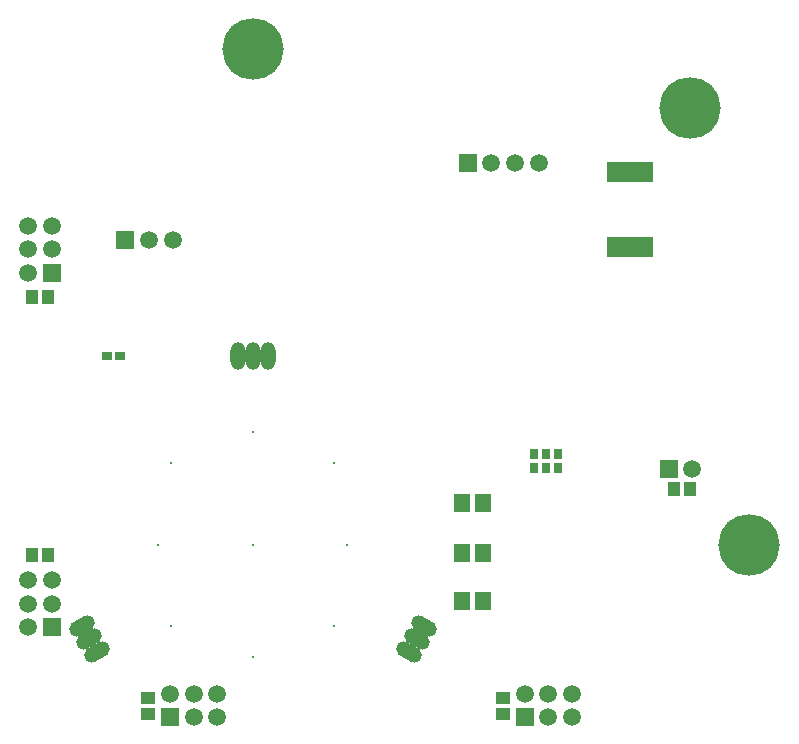
<source format=gbs>
G04*
G04 #@! TF.GenerationSoftware,Altium Limited,Altium Designer,24.4.1 (13)*
G04*
G04 Layer_Color=16711935*
%FSLAX44Y44*%
%MOMM*%
G71*
G04*
G04 #@! TF.SameCoordinates,D346328A-3EA5-4E80-806F-D0F93F3E7631*
G04*
G04*
G04 #@! TF.FilePolarity,Negative*
G04*
G01*
G75*
%ADD64R,0.9532X0.8032*%
%ADD68R,0.8032X0.9532*%
G04:AMPARAMS|DCode=102|XSize=2.3432mm|YSize=1.2732mm|CornerRadius=0mm|HoleSize=0mm|Usage=FLASHONLY|Rotation=330.000|XOffset=0mm|YOffset=0mm|HoleType=Round|Shape=Round|*
%AMOVALD102*
21,1,1.0700,1.2732,0.0000,0.0000,330.0*
1,1,1.2732,-0.4633,0.2675*
1,1,1.2732,0.4633,-0.2675*
%
%ADD102OVALD102*%

%ADD103C,0.2032*%
%ADD104R,1.5032X1.5032*%
%ADD105C,1.5032*%
G04:AMPARAMS|DCode=106|XSize=2.3432mm|YSize=1.2732mm|CornerRadius=0mm|HoleSize=0mm|Usage=FLASHONLY|Rotation=210.000|XOffset=0mm|YOffset=0mm|HoleType=Round|Shape=Round|*
%AMOVALD106*
21,1,1.0700,1.2732,0.0000,0.0000,210.0*
1,1,1.2732,0.4633,0.2675*
1,1,1.2732,-0.4633,-0.2675*
%
%ADD106OVALD106*%

%ADD107O,1.2732X2.3432*%
%ADD108C,5.2032*%
%ADD109R,1.5032X1.5032*%
%ADD131R,1.1032X1.2032*%
%ADD132R,1.3532X1.5532*%
%ADD133R,3.8532X1.8032*%
%ADD134R,1.2032X1.1032*%
D64*
X-112250Y160000D02*
D03*
X-123750D02*
D03*
D68*
X258000Y65250D02*
D03*
Y76750D02*
D03*
X248000Y65250D02*
D03*
Y76750D02*
D03*
X238000Y65250D02*
D03*
Y76750D02*
D03*
D102*
X144914Y-69001D02*
D03*
X132214Y-90998D02*
D03*
X138564Y-80000D02*
D03*
D103*
X-69000Y69000D02*
D03*
X69000D02*
D03*
Y-69000D02*
D03*
X-69000D02*
D03*
X0Y0D02*
D03*
Y-95000D02*
D03*
Y95000D02*
D03*
X-80000Y0D02*
D03*
X80000D02*
D03*
D104*
X352000Y64000D02*
D03*
X182000Y323000D02*
D03*
X-108000Y258000D02*
D03*
X230000Y-146300D02*
D03*
X-70000D02*
D03*
D105*
X372000Y64000D02*
D03*
X242000Y323000D02*
D03*
X222000D02*
D03*
X202000D02*
D03*
X-88000Y258000D02*
D03*
X-68000D02*
D03*
X-190500Y-30000D02*
D03*
Y-50000D02*
D03*
X-170500Y-30000D02*
D03*
Y-50000D02*
D03*
X-190500Y-70000D02*
D03*
Y270000D02*
D03*
Y250000D02*
D03*
X-170500Y270000D02*
D03*
Y250000D02*
D03*
X-190500Y230000D02*
D03*
X270000Y-126300D02*
D03*
X250000D02*
D03*
X270000Y-146300D02*
D03*
X250000D02*
D03*
X230000Y-126300D02*
D03*
X-30000D02*
D03*
X-50000D02*
D03*
X-30000Y-146300D02*
D03*
X-50000D02*
D03*
X-70000Y-126300D02*
D03*
D106*
X-132214Y-90998D02*
D03*
X-144914Y-69001D02*
D03*
X-138564Y-80000D02*
D03*
D107*
X0Y160000D02*
D03*
X12700D02*
D03*
X-12700D02*
D03*
D108*
X0Y420000D02*
D03*
X420000Y0D02*
D03*
X370000Y370000D02*
D03*
D109*
X-170500Y-70000D02*
D03*
Y230000D02*
D03*
D131*
X356250Y47000D02*
D03*
X369750D02*
D03*
X-187250Y210000D02*
D03*
X-173750D02*
D03*
X-187250Y-9000D02*
D03*
X-173750D02*
D03*
D132*
X194750Y-48000D02*
D03*
X177250D02*
D03*
Y-7000D02*
D03*
X194750D02*
D03*
X177250Y35000D02*
D03*
X194750D02*
D03*
D133*
X319000Y252250D02*
D03*
Y315750D02*
D03*
D134*
X212000Y-143050D02*
D03*
Y-129550D02*
D03*
X-89000Y-143050D02*
D03*
Y-129550D02*
D03*
M02*

</source>
